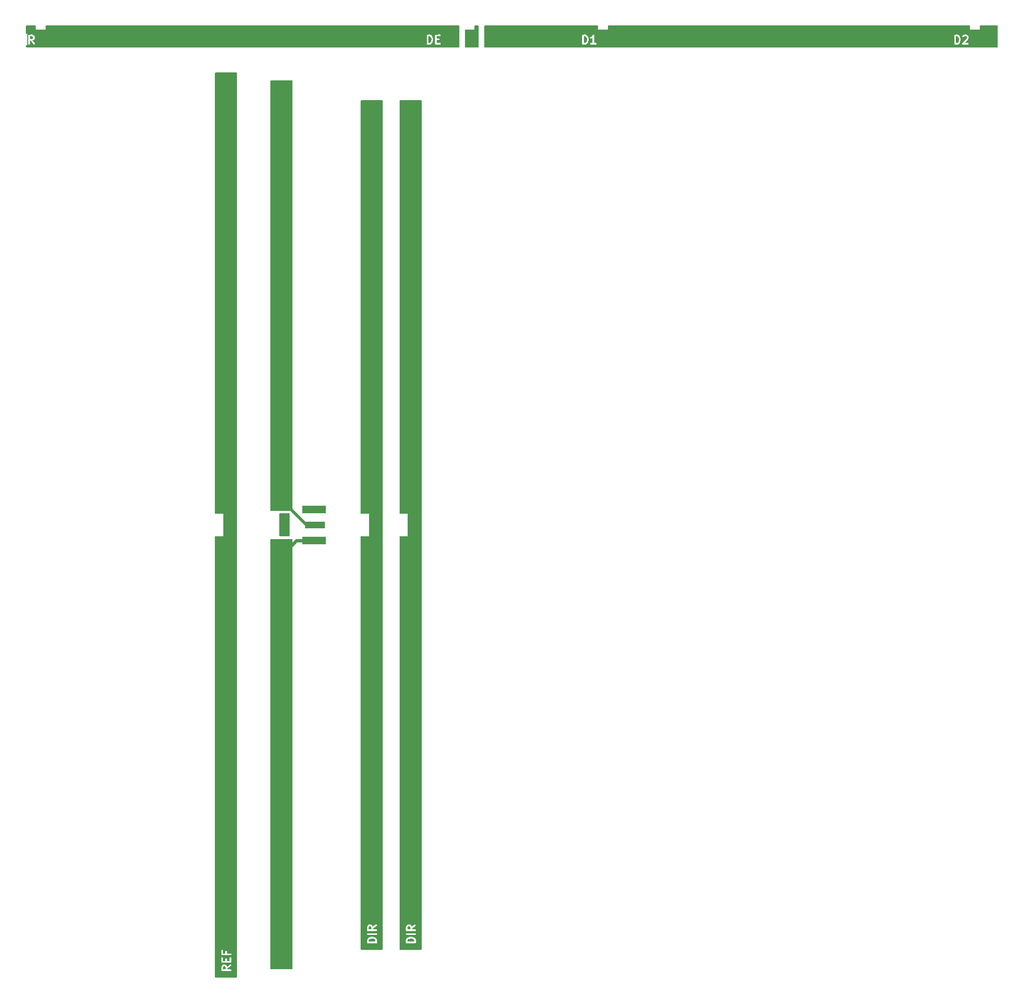
<source format=gtl>
G04 #@! TF.GenerationSoftware,KiCad,Pcbnew,8.0.2+b1*
G04 #@! TF.CreationDate,2024-06-09T20:50:13-04:00*
G04 #@! TF.ProjectId,915-yagi,3931352d-7961-4676-992e-6b696361645f,rev?*
G04 #@! TF.SameCoordinates,Original*
G04 #@! TF.FileFunction,Copper,L1,Top*
G04 #@! TF.FilePolarity,Positive*
%FSLAX46Y46*%
G04 Gerber Fmt 4.6, Leading zero omitted, Abs format (unit mm)*
G04 Created by KiCad (PCBNEW 8.0.2+b1) date 2024-06-09 20:50:13*
%MOMM*%
%LPD*%
G01*
G04 APERTURE LIST*
%ADD10C,0.300000*%
G04 #@! TA.AperFunction,SMDPad,CuDef*
%ADD11R,3.600000X1.270000*%
G04 #@! TD*
G04 #@! TA.AperFunction,SMDPad,CuDef*
%ADD12R,4.200000X1.350000*%
G04 #@! TD*
G04 #@! TA.AperFunction,Conductor*
%ADD13C,0.609600*%
G04 #@! TD*
G04 APERTURE END LIST*
D10*
G36*
X87131906Y-182046489D02*
G01*
X87243910Y-182100372D01*
X87347419Y-182201332D01*
X87400960Y-182356109D01*
X87402375Y-182545768D01*
X86199728Y-182548035D01*
X86198395Y-182369367D01*
X86250296Y-182207598D01*
X86348529Y-182106886D01*
X86451434Y-182053456D01*
X86702782Y-181988238D01*
X86880995Y-181986129D01*
X87131906Y-182046489D01*
G37*
G36*
X86601581Y-179814912D02*
G01*
X86640245Y-179851902D01*
X86686693Y-179941362D01*
X86687558Y-180121746D01*
X86686577Y-180127311D01*
X86687608Y-180131964D01*
X86688571Y-180332827D01*
X86200120Y-180333748D01*
X86198275Y-179949243D01*
X86241680Y-179859021D01*
X86278671Y-179820355D01*
X86368568Y-179773681D01*
X86512339Y-179771979D01*
X86601581Y-179814912D01*
G37*
G36*
X87867495Y-183012156D02*
G01*
X85734161Y-183012156D01*
X85734161Y-182338346D01*
X85900828Y-182338346D01*
X85903710Y-182724753D01*
X85926108Y-182778825D01*
X85967492Y-182820209D01*
X86021564Y-182842607D01*
X86050828Y-182845489D01*
X87580092Y-182842607D01*
X87634164Y-182820209D01*
X87675548Y-182778825D01*
X87697946Y-182724753D01*
X87700828Y-182695489D01*
X87698178Y-182340296D01*
X87699651Y-182319586D01*
X87697969Y-182312189D01*
X87697946Y-182309082D01*
X87696430Y-182305424D01*
X87693131Y-182290912D01*
X87626518Y-182098348D01*
X87626518Y-182094797D01*
X87619063Y-182076800D01*
X87609715Y-182049775D01*
X87606183Y-182045703D01*
X87604121Y-182040724D01*
X87585466Y-182017994D01*
X87440883Y-181876971D01*
X87428510Y-181862704D01*
X87422154Y-181858703D01*
X87419877Y-181856482D01*
X87416217Y-181854966D01*
X87403624Y-181847039D01*
X87268216Y-181781896D01*
X87257756Y-181774146D01*
X87235801Y-181766302D01*
X87233304Y-181765101D01*
X87232223Y-181765024D01*
X87230065Y-181764253D01*
X86952096Y-181697384D01*
X86937235Y-181691228D01*
X86919069Y-181689439D01*
X86915262Y-181688523D01*
X86913074Y-181688848D01*
X86907971Y-181688346D01*
X86701613Y-181690787D01*
X86686394Y-181688523D01*
X86668423Y-181691180D01*
X86664421Y-181691228D01*
X86662376Y-181692075D01*
X86657305Y-181692825D01*
X86382684Y-181764082D01*
X86368352Y-181765101D01*
X86346428Y-181773489D01*
X86343900Y-181774146D01*
X86343030Y-181774790D01*
X86340888Y-181775610D01*
X86198348Y-181849618D01*
X86181778Y-181856482D01*
X86176006Y-181861218D01*
X86173146Y-181862704D01*
X86170550Y-181865696D01*
X86159048Y-181875137D01*
X86033304Y-182004053D01*
X86030290Y-182005561D01*
X86017896Y-182019850D01*
X85997536Y-182040725D01*
X85995473Y-182045704D01*
X85991943Y-182049775D01*
X85979954Y-182076626D01*
X85911097Y-182291247D01*
X85903710Y-182309082D01*
X85902972Y-182316573D01*
X85902006Y-182319585D01*
X85902286Y-182323534D01*
X85900828Y-182338346D01*
X85734161Y-182338346D01*
X85734161Y-181166225D01*
X85903710Y-181166225D01*
X85903710Y-181224753D01*
X85926108Y-181278825D01*
X85967492Y-181320209D01*
X86021564Y-181342607D01*
X86050828Y-181345489D01*
X87580092Y-181342607D01*
X87634164Y-181320209D01*
X87675548Y-181278825D01*
X87697946Y-181224753D01*
X87697946Y-181166225D01*
X87675548Y-181112153D01*
X87634164Y-181070769D01*
X87580092Y-181048371D01*
X87550828Y-181045489D01*
X86021564Y-181048371D01*
X85967492Y-181070769D01*
X85926108Y-181112153D01*
X85903710Y-181166225D01*
X85734161Y-181166225D01*
X85734161Y-179909774D01*
X85900828Y-179909774D01*
X85903710Y-180510467D01*
X85926108Y-180564539D01*
X85967492Y-180605923D01*
X86021564Y-180628321D01*
X86050828Y-180631203D01*
X87580092Y-180628321D01*
X87634164Y-180605923D01*
X87675548Y-180564539D01*
X87697946Y-180510467D01*
X87697946Y-180451939D01*
X87675548Y-180397867D01*
X87634164Y-180356483D01*
X87580092Y-180334085D01*
X87550828Y-180331203D01*
X86985827Y-180332267D01*
X86985206Y-180202794D01*
X87659169Y-179727802D01*
X87690622Y-179678445D01*
X87700793Y-179620809D01*
X87688134Y-179563667D01*
X87654570Y-179515719D01*
X87605213Y-179484266D01*
X87547577Y-179474095D01*
X87490435Y-179486754D01*
X87464809Y-179501175D01*
X86972729Y-179847980D01*
X86970706Y-179842693D01*
X86896700Y-179700155D01*
X86889835Y-179683582D01*
X86885097Y-179677809D01*
X86883613Y-179674950D01*
X86880621Y-179672355D01*
X86871180Y-179660851D01*
X86796029Y-179588953D01*
X86785653Y-179576989D01*
X86779427Y-179573070D01*
X86777020Y-179570767D01*
X86773360Y-179569251D01*
X86760767Y-179561324D01*
X86636241Y-179501417D01*
X86634164Y-179499340D01*
X86618041Y-179492661D01*
X86590446Y-179479386D01*
X86585070Y-179479004D01*
X86580092Y-179476942D01*
X86550828Y-179474060D01*
X86358594Y-179476334D01*
X86355304Y-179475238D01*
X86336125Y-179476600D01*
X86307278Y-179476942D01*
X86302299Y-179479004D01*
X86296924Y-179479386D01*
X86269461Y-179489896D01*
X86126918Y-179563904D01*
X86110349Y-179570768D01*
X86104578Y-179575503D01*
X86101718Y-179576989D01*
X86099123Y-179579980D01*
X86087618Y-179589423D01*
X86015725Y-179664569D01*
X86003758Y-179674949D01*
X85999837Y-179681177D01*
X85997536Y-179683583D01*
X85996021Y-179687239D01*
X85988093Y-179699835D01*
X85928186Y-179824359D01*
X85926108Y-179826438D01*
X85919426Y-179842569D01*
X85906155Y-179870155D01*
X85905773Y-179875529D01*
X85903710Y-179880510D01*
X85900828Y-179909774D01*
X85734161Y-179909774D01*
X85734161Y-179307393D01*
X87867495Y-179307393D01*
X87867495Y-183012156D01*
G37*
G36*
X80131906Y-182046489D02*
G01*
X80243910Y-182100372D01*
X80347419Y-182201332D01*
X80400960Y-182356109D01*
X80402375Y-182545768D01*
X79199728Y-182548035D01*
X79198395Y-182369367D01*
X79250296Y-182207598D01*
X79348529Y-182106886D01*
X79451434Y-182053456D01*
X79702782Y-181988238D01*
X79880995Y-181986129D01*
X80131906Y-182046489D01*
G37*
G36*
X79601581Y-179814912D02*
G01*
X79640245Y-179851902D01*
X79686693Y-179941362D01*
X79687558Y-180121746D01*
X79686577Y-180127311D01*
X79687608Y-180131964D01*
X79688571Y-180332827D01*
X79200120Y-180333748D01*
X79198275Y-179949243D01*
X79241680Y-179859021D01*
X79278671Y-179820355D01*
X79368568Y-179773681D01*
X79512339Y-179771979D01*
X79601581Y-179814912D01*
G37*
G36*
X80867495Y-183012156D02*
G01*
X78734161Y-183012156D01*
X78734161Y-182338346D01*
X78900828Y-182338346D01*
X78903710Y-182724753D01*
X78926108Y-182778825D01*
X78967492Y-182820209D01*
X79021564Y-182842607D01*
X79050828Y-182845489D01*
X80580092Y-182842607D01*
X80634164Y-182820209D01*
X80675548Y-182778825D01*
X80697946Y-182724753D01*
X80700828Y-182695489D01*
X80698178Y-182340296D01*
X80699651Y-182319586D01*
X80697969Y-182312189D01*
X80697946Y-182309082D01*
X80696430Y-182305424D01*
X80693131Y-182290912D01*
X80626518Y-182098348D01*
X80626518Y-182094797D01*
X80619063Y-182076800D01*
X80609715Y-182049775D01*
X80606183Y-182045703D01*
X80604121Y-182040724D01*
X80585466Y-182017994D01*
X80440883Y-181876971D01*
X80428510Y-181862704D01*
X80422154Y-181858703D01*
X80419877Y-181856482D01*
X80416217Y-181854966D01*
X80403624Y-181847039D01*
X80268216Y-181781896D01*
X80257756Y-181774146D01*
X80235801Y-181766302D01*
X80233304Y-181765101D01*
X80232223Y-181765024D01*
X80230065Y-181764253D01*
X79952096Y-181697384D01*
X79937235Y-181691228D01*
X79919069Y-181689439D01*
X79915262Y-181688523D01*
X79913074Y-181688848D01*
X79907971Y-181688346D01*
X79701613Y-181690787D01*
X79686394Y-181688523D01*
X79668423Y-181691180D01*
X79664421Y-181691228D01*
X79662376Y-181692075D01*
X79657305Y-181692825D01*
X79382684Y-181764082D01*
X79368352Y-181765101D01*
X79346428Y-181773489D01*
X79343900Y-181774146D01*
X79343030Y-181774790D01*
X79340888Y-181775610D01*
X79198348Y-181849618D01*
X79181778Y-181856482D01*
X79176006Y-181861218D01*
X79173146Y-181862704D01*
X79170550Y-181865696D01*
X79159048Y-181875137D01*
X79033304Y-182004053D01*
X79030290Y-182005561D01*
X79017896Y-182019850D01*
X78997536Y-182040725D01*
X78995473Y-182045704D01*
X78991943Y-182049775D01*
X78979954Y-182076626D01*
X78911097Y-182291247D01*
X78903710Y-182309082D01*
X78902972Y-182316573D01*
X78902006Y-182319585D01*
X78902286Y-182323534D01*
X78900828Y-182338346D01*
X78734161Y-182338346D01*
X78734161Y-181166225D01*
X78903710Y-181166225D01*
X78903710Y-181224753D01*
X78926108Y-181278825D01*
X78967492Y-181320209D01*
X79021564Y-181342607D01*
X79050828Y-181345489D01*
X80580092Y-181342607D01*
X80634164Y-181320209D01*
X80675548Y-181278825D01*
X80697946Y-181224753D01*
X80697946Y-181166225D01*
X80675548Y-181112153D01*
X80634164Y-181070769D01*
X80580092Y-181048371D01*
X80550828Y-181045489D01*
X79021564Y-181048371D01*
X78967492Y-181070769D01*
X78926108Y-181112153D01*
X78903710Y-181166225D01*
X78734161Y-181166225D01*
X78734161Y-179909774D01*
X78900828Y-179909774D01*
X78903710Y-180510467D01*
X78926108Y-180564539D01*
X78967492Y-180605923D01*
X79021564Y-180628321D01*
X79050828Y-180631203D01*
X80580092Y-180628321D01*
X80634164Y-180605923D01*
X80675548Y-180564539D01*
X80697946Y-180510467D01*
X80697946Y-180451939D01*
X80675548Y-180397867D01*
X80634164Y-180356483D01*
X80580092Y-180334085D01*
X80550828Y-180331203D01*
X79985827Y-180332267D01*
X79985206Y-180202794D01*
X80659169Y-179727802D01*
X80690622Y-179678445D01*
X80700793Y-179620809D01*
X80688134Y-179563667D01*
X80654570Y-179515719D01*
X80605213Y-179484266D01*
X80547577Y-179474095D01*
X80490435Y-179486754D01*
X80464809Y-179501175D01*
X79972729Y-179847980D01*
X79970706Y-179842693D01*
X79896700Y-179700155D01*
X79889835Y-179683582D01*
X79885097Y-179677809D01*
X79883613Y-179674950D01*
X79880621Y-179672355D01*
X79871180Y-179660851D01*
X79796029Y-179588953D01*
X79785653Y-179576989D01*
X79779427Y-179573070D01*
X79777020Y-179570767D01*
X79773360Y-179569251D01*
X79760767Y-179561324D01*
X79636241Y-179501417D01*
X79634164Y-179499340D01*
X79618041Y-179492661D01*
X79590446Y-179479386D01*
X79585070Y-179479004D01*
X79580092Y-179476942D01*
X79550828Y-179474060D01*
X79358594Y-179476334D01*
X79355304Y-179475238D01*
X79336125Y-179476600D01*
X79307278Y-179476942D01*
X79302299Y-179479004D01*
X79296924Y-179479386D01*
X79269461Y-179489896D01*
X79126918Y-179563904D01*
X79110349Y-179570768D01*
X79104578Y-179575503D01*
X79101718Y-179576989D01*
X79099123Y-179579980D01*
X79087618Y-179589423D01*
X79015725Y-179664569D01*
X79003758Y-179674949D01*
X78999837Y-179681177D01*
X78997536Y-179683583D01*
X78996021Y-179687239D01*
X78988093Y-179699835D01*
X78928186Y-179824359D01*
X78926108Y-179826438D01*
X78919426Y-179842569D01*
X78906155Y-179870155D01*
X78905773Y-179875529D01*
X78903710Y-179880510D01*
X78900828Y-179909774D01*
X78734161Y-179909774D01*
X78734161Y-179307393D01*
X80867495Y-179307393D01*
X80867495Y-183012156D01*
G37*
G36*
X53351581Y-187029198D02*
G01*
X53390245Y-187066188D01*
X53436693Y-187155648D01*
X53437558Y-187336032D01*
X53436577Y-187341597D01*
X53437608Y-187346250D01*
X53438571Y-187547113D01*
X52950120Y-187548034D01*
X52948275Y-187163529D01*
X52991680Y-187073307D01*
X53028671Y-187034641D01*
X53118568Y-186987967D01*
X53262339Y-186986265D01*
X53351581Y-187029198D01*
G37*
G36*
X54617495Y-188012156D02*
G01*
X52484161Y-188012156D01*
X52484161Y-187124060D01*
X52650828Y-187124060D01*
X52653710Y-187724753D01*
X52676108Y-187778825D01*
X52717492Y-187820209D01*
X52771564Y-187842607D01*
X52800828Y-187845489D01*
X54330092Y-187842607D01*
X54384164Y-187820209D01*
X54425548Y-187778825D01*
X54447946Y-187724753D01*
X54447946Y-187666225D01*
X54425548Y-187612153D01*
X54384164Y-187570769D01*
X54330092Y-187548371D01*
X54300828Y-187545489D01*
X53735827Y-187546553D01*
X53735206Y-187417080D01*
X54409169Y-186942088D01*
X54440622Y-186892731D01*
X54450793Y-186835095D01*
X54438134Y-186777953D01*
X54404570Y-186730005D01*
X54355213Y-186698552D01*
X54297577Y-186688381D01*
X54240435Y-186701040D01*
X54214809Y-186715461D01*
X53722729Y-187062266D01*
X53720706Y-187056979D01*
X53646700Y-186914441D01*
X53639835Y-186897868D01*
X53635097Y-186892095D01*
X53633613Y-186889236D01*
X53630621Y-186886641D01*
X53621180Y-186875137D01*
X53546029Y-186803239D01*
X53535653Y-186791275D01*
X53529427Y-186787356D01*
X53527020Y-186785053D01*
X53523360Y-186783537D01*
X53510767Y-186775610D01*
X53386241Y-186715703D01*
X53384164Y-186713626D01*
X53368041Y-186706947D01*
X53340446Y-186693672D01*
X53335070Y-186693290D01*
X53330092Y-186691228D01*
X53300828Y-186688346D01*
X53108594Y-186690620D01*
X53105304Y-186689524D01*
X53086125Y-186690886D01*
X53057278Y-186691228D01*
X53052299Y-186693290D01*
X53046924Y-186693672D01*
X53019461Y-186704182D01*
X52876918Y-186778190D01*
X52860349Y-186785054D01*
X52854578Y-186789789D01*
X52851718Y-186791275D01*
X52849123Y-186794266D01*
X52837618Y-186803709D01*
X52765725Y-186878855D01*
X52753758Y-186889235D01*
X52749837Y-186895463D01*
X52747536Y-186897869D01*
X52746021Y-186901525D01*
X52738093Y-186914121D01*
X52678186Y-187038645D01*
X52676108Y-187040724D01*
X52669426Y-187056855D01*
X52656155Y-187084441D01*
X52655773Y-187089815D01*
X52653710Y-187094796D01*
X52650828Y-187124060D01*
X52484161Y-187124060D01*
X52484161Y-185481203D01*
X52650828Y-185481203D01*
X52653710Y-186224753D01*
X52676108Y-186278825D01*
X52717492Y-186320209D01*
X52771564Y-186342607D01*
X52800828Y-186345489D01*
X54330092Y-186342607D01*
X54384164Y-186320209D01*
X54425548Y-186278825D01*
X54447946Y-186224753D01*
X54450828Y-186195489D01*
X54447946Y-185451939D01*
X54425548Y-185397867D01*
X54384164Y-185356483D01*
X54330092Y-185334085D01*
X54271564Y-185334085D01*
X54217492Y-185356483D01*
X54176108Y-185397867D01*
X54153710Y-185451939D01*
X54150828Y-185481203D01*
X54153016Y-186045767D01*
X53664303Y-186046688D01*
X53662232Y-185666225D01*
X53639834Y-185612153D01*
X53598450Y-185570769D01*
X53544378Y-185548371D01*
X53485850Y-185548371D01*
X53431778Y-185570769D01*
X53390394Y-185612153D01*
X53367996Y-185666225D01*
X53365114Y-185695489D01*
X53367029Y-186047248D01*
X52950256Y-186048034D01*
X52947946Y-185451939D01*
X52925548Y-185397867D01*
X52884164Y-185356483D01*
X52830092Y-185334085D01*
X52771564Y-185334085D01*
X52717492Y-185356483D01*
X52676108Y-185397867D01*
X52653710Y-185451939D01*
X52650828Y-185481203D01*
X52484161Y-185481203D01*
X52484161Y-184124060D01*
X52650828Y-184124060D01*
X52653710Y-184867610D01*
X52676108Y-184921682D01*
X52717492Y-184963066D01*
X52771564Y-184985464D01*
X52800828Y-184988346D01*
X54330092Y-184985464D01*
X54384164Y-184963066D01*
X54425548Y-184921682D01*
X54447946Y-184867610D01*
X54447946Y-184809082D01*
X54425548Y-184755010D01*
X54384164Y-184713626D01*
X54330092Y-184691228D01*
X54300828Y-184688346D01*
X53664303Y-184689545D01*
X53662232Y-184309082D01*
X53639834Y-184255010D01*
X53598450Y-184213626D01*
X53544378Y-184191228D01*
X53485850Y-184191228D01*
X53431778Y-184213626D01*
X53390394Y-184255010D01*
X53367996Y-184309082D01*
X53365114Y-184338346D01*
X53367029Y-184690105D01*
X52950256Y-184690891D01*
X52947946Y-184094796D01*
X52925548Y-184040724D01*
X52884164Y-183999340D01*
X52830092Y-183976942D01*
X52771564Y-183976942D01*
X52717492Y-183999340D01*
X52676108Y-184040724D01*
X52653710Y-184094796D01*
X52650828Y-184124060D01*
X52484161Y-184124060D01*
X52484161Y-183810275D01*
X54617495Y-183810275D01*
X54617495Y-188012156D01*
G37*
G36*
X185292400Y-19500296D02*
G01*
X185393112Y-19598529D01*
X185446542Y-19701434D01*
X185511760Y-19952782D01*
X185513869Y-20130995D01*
X185453509Y-20381906D01*
X185399626Y-20493910D01*
X185298666Y-20597419D01*
X185143889Y-20650960D01*
X184954230Y-20652375D01*
X184951963Y-19449728D01*
X185130631Y-19448395D01*
X185292400Y-19500296D01*
G37*
G36*
X187406892Y-21117495D02*
G01*
X184487843Y-21117495D01*
X184487843Y-19300828D01*
X184654510Y-19300828D01*
X184657392Y-20830091D01*
X184657392Y-20830092D01*
X184679790Y-20884164D01*
X184721174Y-20925548D01*
X184775246Y-20947946D01*
X184804510Y-20950828D01*
X185159702Y-20948178D01*
X185180413Y-20949651D01*
X185187809Y-20947969D01*
X185190917Y-20947946D01*
X185194574Y-20946430D01*
X185209087Y-20943131D01*
X185401650Y-20876518D01*
X185405202Y-20876518D01*
X185423198Y-20869063D01*
X185450224Y-20859715D01*
X185454295Y-20856183D01*
X185459275Y-20854121D01*
X185482005Y-20835466D01*
X185544332Y-20771565D01*
X186014535Y-20771565D01*
X186014535Y-20830091D01*
X186036932Y-20884163D01*
X186078318Y-20925549D01*
X186109992Y-20938668D01*
X186132389Y-20947946D01*
X186161653Y-20950828D01*
X187119489Y-20947946D01*
X187173561Y-20925548D01*
X187214945Y-20884164D01*
X187237343Y-20830092D01*
X187237343Y-20771564D01*
X187214945Y-20717492D01*
X187173561Y-20676108D01*
X187119489Y-20653710D01*
X187090225Y-20650828D01*
X186520893Y-20652541D01*
X187106290Y-20064420D01*
X187110762Y-20062185D01*
X187125974Y-20044645D01*
X187143517Y-20027021D01*
X187145580Y-20022039D01*
X187149110Y-20017970D01*
X187161098Y-19991120D01*
X187229955Y-19776499D01*
X187237343Y-19758664D01*
X187238080Y-19751172D01*
X187239047Y-19748161D01*
X187238766Y-19744211D01*
X187240225Y-19729400D01*
X187238190Y-19607873D01*
X187239047Y-19605303D01*
X187237869Y-19588738D01*
X187237343Y-19557278D01*
X187235279Y-19552297D01*
X187234898Y-19546923D01*
X187224389Y-19519459D01*
X187150378Y-19376916D01*
X187143517Y-19360349D01*
X187138780Y-19354577D01*
X187137295Y-19351717D01*
X187134302Y-19349121D01*
X187124862Y-19337619D01*
X187049712Y-19265722D01*
X187039336Y-19253758D01*
X187033110Y-19249839D01*
X187030703Y-19247536D01*
X187027043Y-19246020D01*
X187014450Y-19238093D01*
X186889922Y-19178184D01*
X186887846Y-19176108D01*
X186871728Y-19169431D01*
X186844129Y-19156154D01*
X186838751Y-19155771D01*
X186833774Y-19153710D01*
X186804510Y-19150828D01*
X186470077Y-19153322D01*
X186466129Y-19152006D01*
X186444966Y-19153509D01*
X186418104Y-19153710D01*
X186413126Y-19155771D01*
X186407749Y-19156154D01*
X186380286Y-19166664D01*
X186237743Y-19240673D01*
X186221174Y-19247536D01*
X186215402Y-19252272D01*
X186212542Y-19253758D01*
X186209946Y-19256750D01*
X186198444Y-19266191D01*
X186108361Y-19360350D01*
X186085964Y-19414422D01*
X186085964Y-19472948D01*
X186108361Y-19527020D01*
X186149747Y-19568406D01*
X186203819Y-19590803D01*
X186262345Y-19590803D01*
X186316417Y-19568406D01*
X186339148Y-19549751D01*
X186389496Y-19497124D01*
X186479120Y-19450591D01*
X186765414Y-19448455D01*
X186855264Y-19491681D01*
X186893928Y-19528671D01*
X186940766Y-19618882D01*
X186942125Y-19700036D01*
X186890970Y-19859479D01*
X186036932Y-20717493D01*
X186014535Y-20771565D01*
X185544332Y-20771565D01*
X185623025Y-20690885D01*
X185637295Y-20678510D01*
X185641295Y-20672154D01*
X185643517Y-20669877D01*
X185645032Y-20666217D01*
X185652960Y-20653624D01*
X185718102Y-20518216D01*
X185725853Y-20507756D01*
X185733696Y-20485801D01*
X185734898Y-20483304D01*
X185734974Y-20482223D01*
X185735746Y-20480065D01*
X185802614Y-20202096D01*
X185808771Y-20187235D01*
X185810559Y-20169069D01*
X185811476Y-20165262D01*
X185811150Y-20163074D01*
X185811653Y-20157971D01*
X185809211Y-19951613D01*
X185811476Y-19936394D01*
X185808818Y-19918423D01*
X185808771Y-19914421D01*
X185807923Y-19912376D01*
X185807174Y-19907305D01*
X185735916Y-19632684D01*
X185734898Y-19618352D01*
X185726509Y-19596428D01*
X185725853Y-19593900D01*
X185725208Y-19593030D01*
X185724389Y-19590888D01*
X185650380Y-19448348D01*
X185643517Y-19431778D01*
X185638780Y-19426006D01*
X185637295Y-19423146D01*
X185634302Y-19420550D01*
X185624862Y-19409048D01*
X185495945Y-19283304D01*
X185494438Y-19280290D01*
X185480148Y-19267896D01*
X185459274Y-19247536D01*
X185454294Y-19245473D01*
X185450224Y-19241943D01*
X185423373Y-19229954D01*
X185208751Y-19161097D01*
X185190917Y-19153710D01*
X185183425Y-19152972D01*
X185180414Y-19152006D01*
X185176464Y-19152286D01*
X185161653Y-19150828D01*
X184775246Y-19153710D01*
X184721174Y-19176108D01*
X184679790Y-19217492D01*
X184657392Y-19271564D01*
X184654510Y-19300828D01*
X184487843Y-19300828D01*
X184487843Y-18984161D01*
X187406892Y-18984161D01*
X187406892Y-21117495D01*
G37*
G36*
X118292400Y-19500296D02*
G01*
X118393112Y-19598529D01*
X118446542Y-19701434D01*
X118511760Y-19952782D01*
X118513869Y-20130995D01*
X118453509Y-20381906D01*
X118399626Y-20493910D01*
X118298666Y-20597419D01*
X118143889Y-20650960D01*
X117954230Y-20652375D01*
X117951963Y-19449728D01*
X118130631Y-19448395D01*
X118292400Y-19500296D01*
G37*
G36*
X120404010Y-21117495D02*
G01*
X117487843Y-21117495D01*
X117487843Y-19300828D01*
X117654510Y-19300828D01*
X117657392Y-20830092D01*
X117679790Y-20884164D01*
X117721174Y-20925548D01*
X117775246Y-20947946D01*
X117804510Y-20950828D01*
X118159702Y-20948178D01*
X118180413Y-20949651D01*
X118187809Y-20947969D01*
X118190917Y-20947946D01*
X118194574Y-20946430D01*
X118209087Y-20943131D01*
X118401650Y-20876518D01*
X118405202Y-20876518D01*
X118423198Y-20869063D01*
X118450224Y-20859715D01*
X118454295Y-20856183D01*
X118459275Y-20854121D01*
X118482005Y-20835466D01*
X118623025Y-20690885D01*
X118637295Y-20678510D01*
X118641295Y-20672154D01*
X118643517Y-20669877D01*
X118645032Y-20666217D01*
X118652960Y-20653624D01*
X118718102Y-20518216D01*
X118725853Y-20507756D01*
X118733696Y-20485801D01*
X118734898Y-20483304D01*
X118734974Y-20482223D01*
X118735746Y-20480065D01*
X118802614Y-20202096D01*
X118808771Y-20187235D01*
X118810559Y-20169069D01*
X118811476Y-20165262D01*
X118811150Y-20163074D01*
X118811653Y-20157971D01*
X118809211Y-19951613D01*
X118811476Y-19936394D01*
X118808818Y-19918423D01*
X118808771Y-19914421D01*
X118807923Y-19912376D01*
X118807174Y-19907305D01*
X118756144Y-19710639D01*
X119084260Y-19710639D01*
X119088409Y-19769019D01*
X119114583Y-19821368D01*
X119158798Y-19859715D01*
X119214321Y-19878222D01*
X119272701Y-19874073D01*
X119300164Y-19863564D01*
X119442706Y-19789554D01*
X119459274Y-19782692D01*
X119465044Y-19777956D01*
X119467907Y-19776470D01*
X119470503Y-19773476D01*
X119482005Y-19764037D01*
X119512467Y-19732806D01*
X119514200Y-20652700D01*
X119203818Y-20653710D01*
X119149746Y-20676108D01*
X119108362Y-20717492D01*
X119085964Y-20771564D01*
X119085964Y-20830092D01*
X119108362Y-20884164D01*
X119149746Y-20925548D01*
X119203818Y-20947946D01*
X119233082Y-20950828D01*
X120119489Y-20947946D01*
X120173561Y-20925548D01*
X120214945Y-20884164D01*
X120237343Y-20830092D01*
X120237343Y-20771564D01*
X120214945Y-20717492D01*
X120173561Y-20676108D01*
X120119489Y-20653710D01*
X120090225Y-20650828D01*
X119811372Y-20651734D01*
X119808852Y-19314827D01*
X119811653Y-19300670D01*
X119808798Y-19286400D01*
X119808771Y-19271564D01*
X119803087Y-19257843D01*
X119800175Y-19243281D01*
X119791996Y-19231068D01*
X119786373Y-19217492D01*
X119775874Y-19206993D01*
X119767609Y-19194651D01*
X119755378Y-19186497D01*
X119744989Y-19176108D01*
X119731270Y-19170425D01*
X119718910Y-19162185D01*
X119704491Y-19159332D01*
X119690917Y-19153710D01*
X119676066Y-19153710D01*
X119661496Y-19150828D01*
X119647086Y-19153710D01*
X119632389Y-19153710D01*
X119618667Y-19159393D01*
X119604106Y-19162306D01*
X119591893Y-19170484D01*
X119578317Y-19176108D01*
X119567818Y-19186606D01*
X119555476Y-19194872D01*
X119537044Y-19217380D01*
X119536933Y-19217492D01*
X119536912Y-19217542D01*
X119536846Y-19217623D01*
X119410494Y-19411339D01*
X119292525Y-19532286D01*
X119141114Y-19610901D01*
X119102767Y-19655116D01*
X119084260Y-19710639D01*
X118756144Y-19710639D01*
X118735916Y-19632684D01*
X118734898Y-19618352D01*
X118726509Y-19596428D01*
X118725853Y-19593900D01*
X118725208Y-19593030D01*
X118724389Y-19590888D01*
X118650380Y-19448348D01*
X118643517Y-19431778D01*
X118638780Y-19426006D01*
X118637295Y-19423146D01*
X118634302Y-19420550D01*
X118624862Y-19409048D01*
X118495945Y-19283304D01*
X118494438Y-19280290D01*
X118480148Y-19267896D01*
X118459274Y-19247536D01*
X118454294Y-19245473D01*
X118450224Y-19241943D01*
X118423373Y-19229954D01*
X118208751Y-19161097D01*
X118190917Y-19153710D01*
X118183425Y-19152972D01*
X118180414Y-19152006D01*
X118176464Y-19152286D01*
X118161653Y-19150828D01*
X117775246Y-19153710D01*
X117721174Y-19176108D01*
X117679790Y-19217492D01*
X117657392Y-19271564D01*
X117654510Y-19300828D01*
X117487843Y-19300828D01*
X117487843Y-18984161D01*
X120404010Y-18984161D01*
X120404010Y-21117495D01*
G37*
G36*
X90292400Y-19500296D02*
G01*
X90393112Y-19598529D01*
X90446542Y-19701434D01*
X90511760Y-19952782D01*
X90513869Y-20130995D01*
X90453509Y-20381906D01*
X90399626Y-20493910D01*
X90298666Y-20597419D01*
X90143889Y-20650960D01*
X89954230Y-20652375D01*
X89951963Y-19449728D01*
X90130631Y-19448395D01*
X90292400Y-19500296D01*
G37*
G36*
X92332581Y-21117495D02*
G01*
X89487843Y-21117495D01*
X89487843Y-19300828D01*
X89654510Y-19300828D01*
X89657392Y-20830092D01*
X89679790Y-20884164D01*
X89721174Y-20925548D01*
X89775246Y-20947946D01*
X89804510Y-20950828D01*
X90159702Y-20948178D01*
X90180413Y-20949651D01*
X90187809Y-20947969D01*
X90190917Y-20947946D01*
X90194574Y-20946430D01*
X90209087Y-20943131D01*
X90401650Y-20876518D01*
X90405202Y-20876518D01*
X90423198Y-20869063D01*
X90450224Y-20859715D01*
X90454295Y-20856183D01*
X90459275Y-20854121D01*
X90482005Y-20835466D01*
X90623025Y-20690885D01*
X90637295Y-20678510D01*
X90641295Y-20672154D01*
X90643517Y-20669877D01*
X90645032Y-20666217D01*
X90652960Y-20653624D01*
X90718102Y-20518216D01*
X90725853Y-20507756D01*
X90733696Y-20485801D01*
X90734898Y-20483304D01*
X90734974Y-20482223D01*
X90735746Y-20480065D01*
X90802614Y-20202096D01*
X90808771Y-20187235D01*
X90810559Y-20169069D01*
X90811476Y-20165262D01*
X90811150Y-20163074D01*
X90811653Y-20157971D01*
X90809211Y-19951613D01*
X90811476Y-19936394D01*
X90808818Y-19918423D01*
X90808771Y-19914421D01*
X90807923Y-19912376D01*
X90807174Y-19907305D01*
X90735916Y-19632684D01*
X90734898Y-19618352D01*
X90726509Y-19596428D01*
X90725853Y-19593900D01*
X90725208Y-19593030D01*
X90724389Y-19590888D01*
X90650380Y-19448348D01*
X90643517Y-19431778D01*
X90638780Y-19426006D01*
X90637295Y-19423146D01*
X90634302Y-19420550D01*
X90624862Y-19409048D01*
X90513911Y-19300828D01*
X91154510Y-19300828D01*
X91157392Y-20830092D01*
X91179790Y-20884164D01*
X91221174Y-20925548D01*
X91275246Y-20947946D01*
X91304510Y-20950828D01*
X92048060Y-20947946D01*
X92102132Y-20925548D01*
X92143516Y-20884164D01*
X92165914Y-20830092D01*
X92165914Y-20771564D01*
X92143516Y-20717492D01*
X92102132Y-20676108D01*
X92048060Y-20653710D01*
X92018796Y-20650828D01*
X91454231Y-20653016D01*
X91453310Y-20164303D01*
X91833774Y-20162232D01*
X91887846Y-20139834D01*
X91929230Y-20098450D01*
X91951628Y-20044378D01*
X91951628Y-19985850D01*
X91929230Y-19931778D01*
X91887846Y-19890394D01*
X91833774Y-19867996D01*
X91804510Y-19865114D01*
X91452750Y-19867029D01*
X91451964Y-19450256D01*
X92048060Y-19447946D01*
X92102132Y-19425548D01*
X92143516Y-19384164D01*
X92165914Y-19330092D01*
X92165914Y-19271564D01*
X92143516Y-19217492D01*
X92102132Y-19176108D01*
X92048060Y-19153710D01*
X92018796Y-19150828D01*
X91275246Y-19153710D01*
X91221174Y-19176108D01*
X91179790Y-19217492D01*
X91157392Y-19271564D01*
X91154510Y-19300828D01*
X90513911Y-19300828D01*
X90495945Y-19283304D01*
X90494438Y-19280290D01*
X90480148Y-19267896D01*
X90459274Y-19247536D01*
X90454294Y-19245473D01*
X90450224Y-19241943D01*
X90423373Y-19229954D01*
X90208751Y-19161097D01*
X90190917Y-19153710D01*
X90183425Y-19152972D01*
X90180414Y-19152006D01*
X90176464Y-19152286D01*
X90161653Y-19150828D01*
X89775246Y-19153710D01*
X89721174Y-19176108D01*
X89679790Y-19217492D01*
X89657392Y-19271564D01*
X89654510Y-19300828D01*
X89487843Y-19300828D01*
X89487843Y-18984161D01*
X92332581Y-18984161D01*
X92332581Y-21117495D01*
G37*
G36*
X18676691Y-19491680D02*
G01*
X18715357Y-19528671D01*
X18762031Y-19618568D01*
X18763733Y-19762339D01*
X18720800Y-19851581D01*
X18683809Y-19890246D01*
X18594351Y-19936693D01*
X18413966Y-19937558D01*
X18408402Y-19936577D01*
X18403748Y-19937608D01*
X18202885Y-19938571D01*
X18201964Y-19450120D01*
X18586469Y-19448275D01*
X18676691Y-19491680D01*
G37*
G36*
X19228320Y-21117460D02*
G01*
X17737843Y-21117460D01*
X17737843Y-19300828D01*
X17904510Y-19300828D01*
X17907392Y-20830092D01*
X17929790Y-20884164D01*
X17971174Y-20925548D01*
X18025246Y-20947946D01*
X18083774Y-20947946D01*
X18137846Y-20925548D01*
X18179230Y-20884164D01*
X18201628Y-20830092D01*
X18204510Y-20800828D01*
X18203445Y-20235827D01*
X18332918Y-20235206D01*
X18807911Y-20909169D01*
X18857268Y-20940622D01*
X18914904Y-20950793D01*
X18972046Y-20938134D01*
X19019994Y-20904570D01*
X19051447Y-20855213D01*
X19061618Y-20797577D01*
X19048959Y-20740435D01*
X19034538Y-20714809D01*
X18687732Y-20222729D01*
X18693021Y-20220706D01*
X18835562Y-20146697D01*
X18852131Y-20139835D01*
X18857901Y-20135099D01*
X18860764Y-20133613D01*
X18863360Y-20130619D01*
X18874862Y-20121180D01*
X18946763Y-20046024D01*
X18958724Y-20035652D01*
X18962641Y-20029428D01*
X18964946Y-20027020D01*
X18966462Y-20023358D01*
X18974389Y-20010767D01*
X19034295Y-19886241D01*
X19036373Y-19884164D01*
X19043051Y-19868041D01*
X19056327Y-19840446D01*
X19056708Y-19835070D01*
X19058771Y-19830092D01*
X19061653Y-19800828D01*
X19059378Y-19608594D01*
X19060475Y-19605304D01*
X19059112Y-19586125D01*
X19058771Y-19557278D01*
X19056708Y-19552299D01*
X19056327Y-19546924D01*
X19045817Y-19519461D01*
X18971808Y-19376918D01*
X18964945Y-19360349D01*
X18960209Y-19354578D01*
X18958724Y-19351718D01*
X18955732Y-19349123D01*
X18946290Y-19337618D01*
X18871143Y-19265725D01*
X18860764Y-19253758D01*
X18854535Y-19249837D01*
X18852130Y-19247536D01*
X18848473Y-19246021D01*
X18835878Y-19238093D01*
X18711353Y-19178186D01*
X18709275Y-19176108D01*
X18693143Y-19169426D01*
X18665558Y-19156155D01*
X18660183Y-19155773D01*
X18655203Y-19153710D01*
X18625939Y-19150828D01*
X18025246Y-19153710D01*
X17971174Y-19176108D01*
X17929790Y-19217492D01*
X17907392Y-19271564D01*
X17904510Y-19300828D01*
X17737843Y-19300828D01*
X17737843Y-18984161D01*
X19228320Y-18984161D01*
X19228320Y-21117460D01*
G37*
D11*
X69537500Y-107500000D03*
D12*
X69337500Y-110325000D03*
X69337500Y-104675000D03*
D13*
X65750000Y-105250000D02*
X65250000Y-104750000D01*
X68000000Y-107500000D02*
X65750000Y-105250000D01*
X69537500Y-107500000D02*
X68000000Y-107500000D01*
X66175000Y-110325000D02*
X63500000Y-113000000D01*
X69337500Y-110325000D02*
X66175000Y-110325000D01*
G04 #@! TA.AperFunction,Conductor*
G36*
X65443039Y-27419685D02*
G01*
X65488794Y-27472489D01*
X65500000Y-27524000D01*
X65500000Y-104876000D01*
X65480315Y-104943039D01*
X65427511Y-104988794D01*
X65376000Y-105000000D01*
X61624000Y-105000000D01*
X61556961Y-104980315D01*
X61511206Y-104927511D01*
X61500000Y-104876000D01*
X61500000Y-27524000D01*
X61519685Y-27456961D01*
X61572489Y-27411206D01*
X61624000Y-27400000D01*
X65376000Y-27400000D01*
X65443039Y-27419685D01*
G37*
G04 #@! TD.AperFunction*
G04 #@! TA.AperFunction,NonConductor*
G36*
X120443039Y-17519685D02*
G01*
X120488794Y-17572489D01*
X120500000Y-17624000D01*
X120500000Y-18250000D01*
X122250000Y-18250000D01*
X122250000Y-17624000D01*
X122269685Y-17556961D01*
X122322489Y-17511206D01*
X122374000Y-17500000D01*
X187376000Y-17500000D01*
X187443039Y-17519685D01*
X187488794Y-17572489D01*
X187500000Y-17624000D01*
X187500000Y-18250000D01*
X189250000Y-18250000D01*
X189250000Y-17624000D01*
X189269685Y-17556961D01*
X189322489Y-17511206D01*
X189374000Y-17500000D01*
X192376000Y-17500000D01*
X192443039Y-17519685D01*
X192488794Y-17572489D01*
X192500000Y-17624000D01*
X192500000Y-21376000D01*
X192480315Y-21443039D01*
X192427511Y-21488794D01*
X192376000Y-21500000D01*
X100124000Y-21500000D01*
X100056961Y-21480315D01*
X100011206Y-21427511D01*
X100000000Y-21376000D01*
X100000000Y-21109233D01*
X117497843Y-21109233D01*
X120396892Y-21109233D01*
X184497843Y-21109233D01*
X187398630Y-21109233D01*
X187398630Y-18992423D01*
X184497843Y-18992423D01*
X184497843Y-21109233D01*
X120396892Y-21109233D01*
X120396892Y-18991222D01*
X117497843Y-18991222D01*
X117497843Y-21109233D01*
X100000000Y-21109233D01*
X100000000Y-17624000D01*
X100019685Y-17556961D01*
X100072489Y-17511206D01*
X100124000Y-17500000D01*
X120376000Y-17500000D01*
X120443039Y-17519685D01*
G37*
G04 #@! TD.AperFunction*
G04 #@! TA.AperFunction,NonConductor*
G36*
X98943039Y-17519685D02*
G01*
X98988794Y-17572489D01*
X99000000Y-17624000D01*
X99000000Y-21376000D01*
X98980315Y-21443039D01*
X98927511Y-21488794D01*
X98876000Y-21500000D01*
X96624000Y-21500000D01*
X96556961Y-21480315D01*
X96511206Y-21427511D01*
X96500000Y-21376000D01*
X96500000Y-18374000D01*
X96519685Y-18306961D01*
X96572489Y-18261206D01*
X96624000Y-18250000D01*
X98250000Y-18250000D01*
X98250000Y-17624000D01*
X98269685Y-17556961D01*
X98322489Y-17511206D01*
X98374000Y-17500000D01*
X98876000Y-17500000D01*
X98943039Y-17519685D01*
G37*
G04 #@! TD.AperFunction*
G04 #@! TA.AperFunction,NonConductor*
G36*
X19193039Y-17519685D02*
G01*
X19238794Y-17572489D01*
X19250000Y-17624000D01*
X19250000Y-18250000D01*
X21000000Y-18250000D01*
X21000000Y-17624000D01*
X21019685Y-17556961D01*
X21072489Y-17511206D01*
X21124000Y-17500000D01*
X95376000Y-17500000D01*
X95443039Y-17519685D01*
X95488794Y-17572489D01*
X95500000Y-17624000D01*
X95500000Y-21376000D01*
X95480315Y-21443039D01*
X95427511Y-21488794D01*
X95376000Y-21500000D01*
X17624000Y-21500000D01*
X17556961Y-21480315D01*
X17511206Y-21427511D01*
X17500000Y-21376000D01*
X17500000Y-21161917D01*
X17519685Y-21094878D01*
X17572489Y-21049123D01*
X17641647Y-21039179D01*
X17705203Y-21068204D01*
X17711681Y-21074236D01*
X17747843Y-21110398D01*
X19221223Y-21110398D01*
X19221223Y-21109233D01*
X89497843Y-21109233D01*
X92325463Y-21109233D01*
X92325463Y-18992423D01*
X89497843Y-18992423D01*
X89497843Y-21109233D01*
X19221223Y-21109233D01*
X19221223Y-18992423D01*
X17747843Y-18992423D01*
X17711681Y-19028585D01*
X17650358Y-19062070D01*
X17580666Y-19057086D01*
X17524733Y-19015214D01*
X17500316Y-18949750D01*
X17500000Y-18940904D01*
X17500000Y-17624000D01*
X17519685Y-17556961D01*
X17572489Y-17511206D01*
X17624000Y-17500000D01*
X19126000Y-17500000D01*
X19193039Y-17519685D01*
G37*
G04 #@! TD.AperFunction*
G04 #@! TA.AperFunction,NonConductor*
G36*
X64943039Y-105419685D02*
G01*
X64988794Y-105472489D01*
X65000000Y-105524000D01*
X65000000Y-109376000D01*
X64980315Y-109443039D01*
X64927511Y-109488794D01*
X64876000Y-109500000D01*
X63224000Y-109500000D01*
X63156961Y-109480315D01*
X63111206Y-109427511D01*
X63100000Y-109376000D01*
X63100000Y-105524000D01*
X63119685Y-105456961D01*
X63172489Y-105411206D01*
X63224000Y-105400000D01*
X64876000Y-105400000D01*
X64943039Y-105419685D01*
G37*
G04 #@! TD.AperFunction*
G04 #@! TA.AperFunction,NonConductor*
G36*
X55443039Y-26019685D02*
G01*
X55488794Y-26072489D01*
X55500000Y-26124000D01*
X55500000Y-188876000D01*
X55480315Y-188943039D01*
X55427511Y-188988794D01*
X55376000Y-189000000D01*
X51624000Y-189000000D01*
X51556961Y-188980315D01*
X51511206Y-188927511D01*
X51500000Y-188876000D01*
X51500000Y-188002156D01*
X52492423Y-188002156D01*
X54610398Y-188002156D01*
X54610398Y-183817393D01*
X52492423Y-183817393D01*
X52492423Y-188002156D01*
X51500000Y-188002156D01*
X51500000Y-109624000D01*
X51519685Y-109556961D01*
X51572489Y-109511206D01*
X51624000Y-109500000D01*
X53000000Y-109500000D01*
X53000000Y-105500000D01*
X51624000Y-105500000D01*
X51556961Y-105480315D01*
X51511206Y-105427511D01*
X51500000Y-105376000D01*
X51500000Y-26124000D01*
X51519685Y-26056961D01*
X51572489Y-26011206D01*
X51624000Y-26000000D01*
X55376000Y-26000000D01*
X55443039Y-26019685D01*
G37*
G04 #@! TD.AperFunction*
G04 #@! TA.AperFunction,NonConductor*
G36*
X88693039Y-31019685D02*
G01*
X88738794Y-31072489D01*
X88750000Y-31124000D01*
X88750000Y-183876000D01*
X88730315Y-183943039D01*
X88677511Y-183988794D01*
X88626000Y-184000000D01*
X84874000Y-184000000D01*
X84806961Y-183980315D01*
X84761206Y-183927511D01*
X84750000Y-183876000D01*
X84750000Y-183002156D01*
X85742423Y-183002156D01*
X87860398Y-183002156D01*
X87860398Y-179314490D01*
X85742423Y-179314490D01*
X85742423Y-183002156D01*
X84750000Y-183002156D01*
X84750000Y-109624000D01*
X84769685Y-109556961D01*
X84822489Y-109511206D01*
X84874000Y-109500000D01*
X86250000Y-109500000D01*
X86250000Y-105500000D01*
X84874000Y-105500000D01*
X84806961Y-105480315D01*
X84761206Y-105427511D01*
X84750000Y-105376000D01*
X84750000Y-31124000D01*
X84769685Y-31056961D01*
X84822489Y-31011206D01*
X84874000Y-31000000D01*
X88626000Y-31000000D01*
X88693039Y-31019685D01*
G37*
G04 #@! TD.AperFunction*
G04 #@! TA.AperFunction,NonConductor*
G36*
X81693039Y-31019685D02*
G01*
X81738794Y-31072489D01*
X81750000Y-31124000D01*
X81750000Y-183876000D01*
X81730315Y-183943039D01*
X81677511Y-183988794D01*
X81626000Y-184000000D01*
X77874000Y-184000000D01*
X77806961Y-183980315D01*
X77761206Y-183927511D01*
X77750000Y-183876000D01*
X77750000Y-183002156D01*
X78742423Y-183002156D01*
X80860398Y-183002156D01*
X80860398Y-179314490D01*
X78742423Y-179314490D01*
X78742423Y-183002156D01*
X77750000Y-183002156D01*
X77750000Y-109624000D01*
X77769685Y-109556961D01*
X77822489Y-109511206D01*
X77874000Y-109500000D01*
X79250000Y-109500000D01*
X79250000Y-105500000D01*
X77874000Y-105500000D01*
X77806961Y-105480315D01*
X77761206Y-105427511D01*
X77750000Y-105376000D01*
X77750000Y-31124000D01*
X77769685Y-31056961D01*
X77822489Y-31011206D01*
X77874000Y-31000000D01*
X81626000Y-31000000D01*
X81693039Y-31019685D01*
G37*
G04 #@! TD.AperFunction*
G04 #@! TA.AperFunction,Conductor*
G36*
X65443039Y-110019685D02*
G01*
X65488794Y-110072489D01*
X65500000Y-110124000D01*
X65500000Y-187376000D01*
X65480315Y-187443039D01*
X65427511Y-187488794D01*
X65376000Y-187500000D01*
X61624000Y-187500000D01*
X61556961Y-187480315D01*
X61511206Y-187427511D01*
X61500000Y-187376000D01*
X61500000Y-110124000D01*
X61519685Y-110056961D01*
X61572489Y-110011206D01*
X61624000Y-110000000D01*
X65376000Y-110000000D01*
X65443039Y-110019685D01*
G37*
G04 #@! TD.AperFunction*
M02*

</source>
